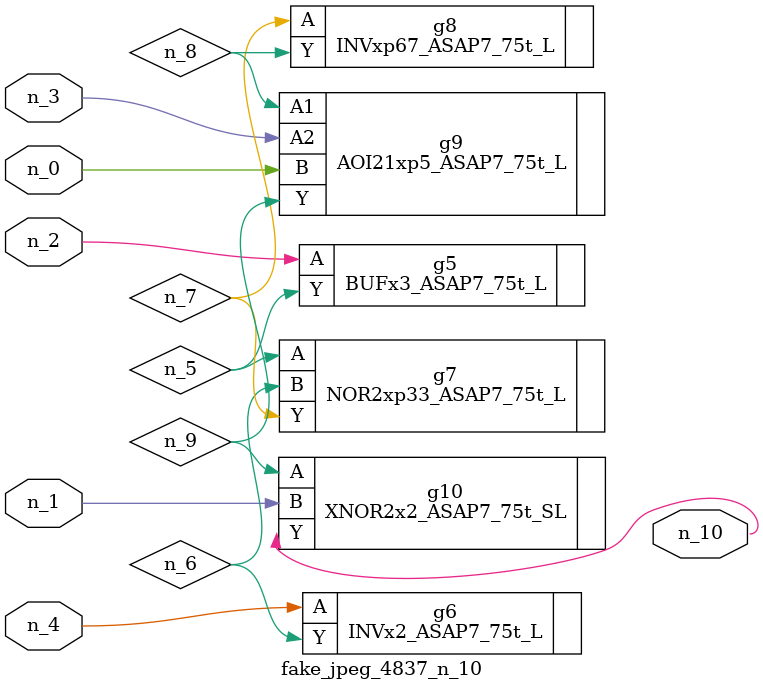
<source format=v>
module fake_jpeg_4837_n_10 (n_3, n_2, n_1, n_0, n_4, n_10);

input n_3;
input n_2;
input n_1;
input n_0;
input n_4;

output n_10;

wire n_8;
wire n_9;
wire n_6;
wire n_5;
wire n_7;

BUFx3_ASAP7_75t_L g5 ( 
.A(n_2),
.Y(n_5)
);

INVx2_ASAP7_75t_L g6 ( 
.A(n_4),
.Y(n_6)
);

NOR2xp33_ASAP7_75t_L g7 ( 
.A(n_5),
.B(n_6),
.Y(n_7)
);

INVxp67_ASAP7_75t_L g8 ( 
.A(n_7),
.Y(n_8)
);

AOI21xp5_ASAP7_75t_L g9 ( 
.A1(n_8),
.A2(n_3),
.B(n_0),
.Y(n_9)
);

XNOR2x2_ASAP7_75t_SL g10 ( 
.A(n_9),
.B(n_1),
.Y(n_10)
);


endmodule
</source>
